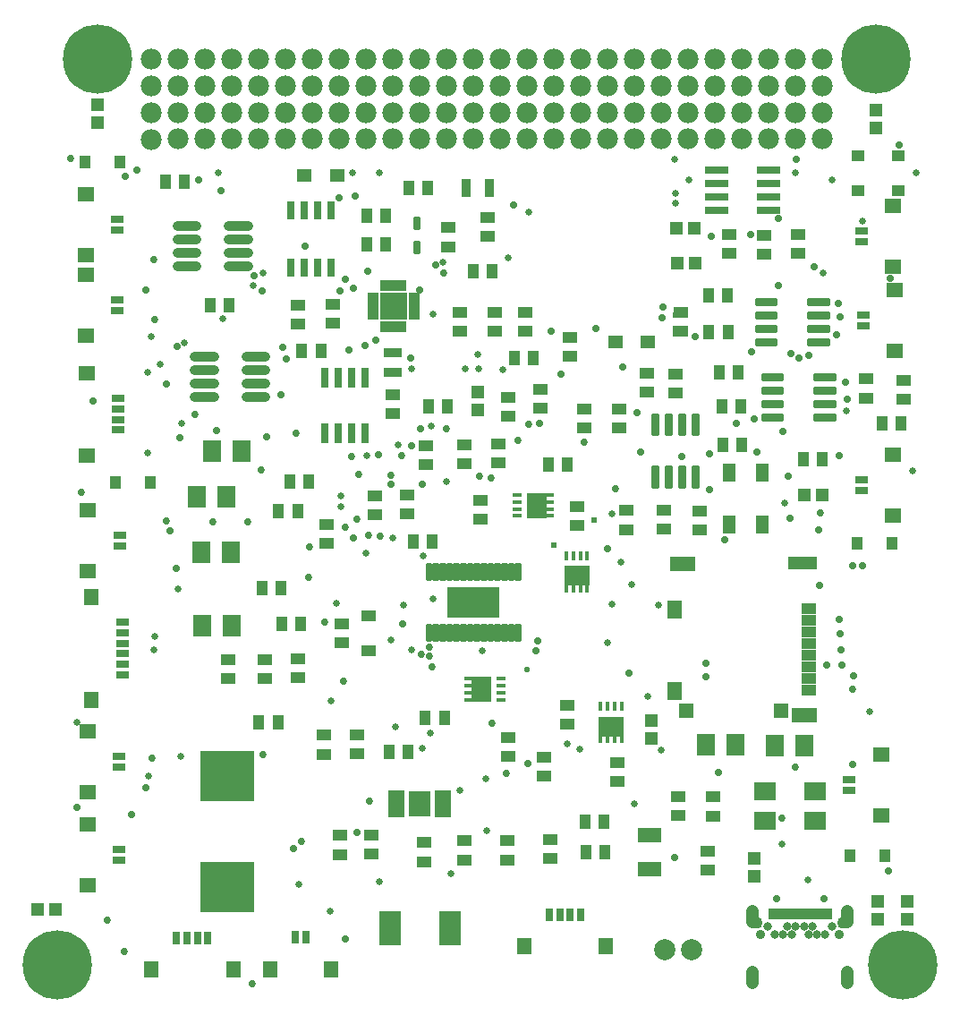
<source format=gbr>
G04 EAGLE Gerber RS-274X export*
G75*
%MOMM*%
%FSLAX34Y34*%
%LPD*%
%INSoldermask Top*%
%IPPOS*%
%AMOC8*
5,1,8,0,0,1.08239X$1,22.5*%
G01*
%ADD10R,1.403200X1.003200*%
%ADD11R,1.003200X1.403200*%
%ADD12R,1.303200X1.203200*%
%ADD13R,1.803200X2.003200*%
%ADD14R,2.003200X1.803200*%
%ADD15R,2.203200X1.403200*%
%ADD16R,1.016000X1.244600*%
%ADD17R,1.244600X1.016000*%
%ADD18R,1.203200X1.703200*%
%ADD19R,1.423200X1.113200*%
%ADD20C,6.553200*%
%ADD21C,1.981200*%
%ADD22R,1.203200X0.753200*%
%ADD23R,1.503200X1.463200*%
%ADD24R,1.443200X1.003200*%
%ADD25R,2.703200X1.153200*%
%ADD26R,2.403200X1.353200*%
%ADD27R,1.453200X1.363200*%
%ADD28R,1.403200X1.363200*%
%ADD29R,1.353200X1.703200*%
%ADD30R,5.203200X4.703200*%
%ADD31R,0.838200X0.457200*%
%ADD32R,1.905000X2.463800*%
%ADD33R,0.457200X0.838200*%
%ADD34R,2.463800X1.905000*%
%ADD35R,1.203200X1.303200*%
%ADD36C,0.306600*%
%ADD37R,4.953200X2.943200*%
%ADD38C,0.903200*%
%ADD39R,1.600200X0.482600*%
%ADD40R,2.133600X2.362200*%
%ADD41R,0.553200X1.093200*%
%ADD42C,0.803200*%
%ADD43C,1.203200*%
%ADD44C,1.103200*%
%ADD45C,0.903200*%
%ADD46R,0.753200X1.203200*%
%ADD47R,1.463200X1.503200*%
%ADD48R,2.184400X0.762000*%
%ADD49R,2.159000X3.200400*%
%ADD50R,1.193800X0.762000*%
%ADD51R,1.473200X1.498600*%
%ADD52R,0.990600X0.508000*%
%ADD53R,0.508000X0.990600*%
%ADD54R,2.641600X2.641600*%
%ADD55R,1.727200X0.914400*%
%ADD56R,0.762000X1.854200*%
%ADD57C,0.332672*%
%ADD58R,0.914400X1.651000*%
%ADD59R,0.762000X1.663700*%
%ADD60R,1.346200X1.295400*%
%ADD61C,0.353406*%
%ADD62C,2.003200*%
%ADD63C,0.660400*%
%ADD64C,0.584200*%
%ADD65C,0.728200*%
%ADD66C,0.698500*%
%ADD67C,0.698200*%
%ADD68C,0.736600*%
%ADD69C,0.653200*%
%ADD70C,0.713200*%
%ADD71C,0.622300*%


D10*
X399796Y524146D03*
X399796Y542146D03*
D11*
X550816Y157226D03*
X568816Y157226D03*
D10*
X317706Y173378D03*
X317706Y155378D03*
X435610Y525162D03*
X435610Y543162D03*
X542798Y484488D03*
X542798Y466488D03*
D11*
X288494Y507854D03*
X270494Y507854D03*
D10*
X381508Y477156D03*
X381508Y495156D03*
X334010Y268334D03*
X334010Y250334D03*
X533146Y278274D03*
X533146Y296274D03*
X303276Y268080D03*
X303276Y250080D03*
X468122Y525670D03*
X468122Y543670D03*
D11*
X515256Y524256D03*
X533256Y524256D03*
X398892Y284226D03*
X416892Y284226D03*
X405240Y451612D03*
X387240Y451612D03*
D10*
X319436Y355490D03*
X319436Y373490D03*
X278638Y340216D03*
X278638Y322216D03*
X212598Y321454D03*
X212598Y339454D03*
D11*
X153158Y791824D03*
X171158Y791824D03*
D12*
X774712Y495132D03*
X757712Y495132D03*
D13*
X225328Y537210D03*
X197328Y537210D03*
X210850Y493268D03*
X182850Y493268D03*
X214914Y440944D03*
X186914Y440944D03*
X187422Y371856D03*
X215422Y371856D03*
D14*
X720090Y215168D03*
X720090Y187168D03*
X767334Y215422D03*
X767334Y187422D03*
D13*
X729204Y258064D03*
X757204Y258064D03*
X692180Y258826D03*
X664180Y258826D03*
D10*
X436008Y168102D03*
X436008Y150102D03*
D15*
X611378Y173226D03*
X611378Y141226D03*
D10*
X517324Y151418D03*
X517324Y169418D03*
D11*
X382380Y252476D03*
X364380Y252476D03*
D10*
X638302Y209914D03*
X638302Y191914D03*
D16*
X76546Y810270D03*
X109566Y810270D03*
X105918Y507492D03*
X138938Y507492D03*
X833628Y154432D03*
X800608Y154432D03*
X840832Y449552D03*
X807812Y449552D03*
D17*
X808700Y816010D03*
X808700Y782990D03*
X846400Y816110D03*
X846400Y783090D03*
D18*
X718034Y516758D03*
X718034Y467758D03*
X686034Y516758D03*
X686034Y467758D03*
D19*
X344942Y381011D03*
X344942Y348261D03*
D20*
X50800Y50800D03*
X850900Y50800D03*
X825500Y908050D03*
X88900Y908050D03*
D21*
X774700Y908050D03*
X774700Y882650D03*
X139700Y908050D03*
X139700Y882650D03*
X749300Y908050D03*
X749300Y882650D03*
X723900Y908050D03*
X723900Y882650D03*
X698500Y908050D03*
X698500Y882650D03*
X673100Y908050D03*
X673100Y882650D03*
X647700Y908050D03*
X647700Y882650D03*
X622300Y908050D03*
X622300Y882650D03*
X596900Y908050D03*
X596900Y882650D03*
X571500Y908050D03*
X571500Y882650D03*
X546100Y908050D03*
X546100Y882650D03*
X520700Y908050D03*
X520700Y882650D03*
X495300Y908050D03*
X495300Y882650D03*
X469900Y908050D03*
X469900Y882650D03*
X444500Y908050D03*
X444500Y882650D03*
X419100Y908050D03*
X419100Y882650D03*
X393700Y908050D03*
X393700Y882650D03*
X368300Y908050D03*
X368300Y882650D03*
X342900Y908050D03*
X342900Y882650D03*
X317500Y908050D03*
X317500Y882650D03*
X292100Y908050D03*
X292100Y882650D03*
X266700Y908050D03*
X266700Y882650D03*
X241300Y908050D03*
X241300Y882650D03*
X215900Y908050D03*
X215900Y882650D03*
X190500Y908050D03*
X190500Y882650D03*
X165100Y908050D03*
X165100Y882650D03*
X774700Y857250D03*
X774700Y832231D03*
X139700Y857250D03*
X139700Y831850D03*
X749300Y857250D03*
X749300Y832231D03*
X723900Y857250D03*
X723900Y832231D03*
X698500Y857250D03*
X698500Y832231D03*
X673100Y857250D03*
X673100Y832231D03*
X647700Y857250D03*
X647700Y832231D03*
X622300Y857250D03*
X622300Y832231D03*
X596900Y857250D03*
X596900Y832231D03*
X571500Y857250D03*
X571500Y832231D03*
X546100Y857250D03*
X546100Y832231D03*
X520700Y857250D03*
X520700Y832231D03*
X495300Y857250D03*
X495300Y832231D03*
X469900Y857250D03*
X469900Y832231D03*
X444500Y857250D03*
X444500Y832231D03*
X419100Y857250D03*
X419100Y832231D03*
X393700Y857250D03*
X393700Y832231D03*
X368300Y857250D03*
X368300Y832231D03*
X342900Y857250D03*
X342900Y832231D03*
X317500Y857250D03*
X317500Y832231D03*
X292100Y857250D03*
X292100Y832231D03*
X266700Y857250D03*
X266700Y832231D03*
X241300Y857250D03*
X241300Y832231D03*
X215900Y857250D03*
X215900Y832231D03*
X190500Y857250D03*
X190500Y832231D03*
X165100Y857250D03*
X165100Y832231D03*
D22*
X107184Y755936D03*
X107184Y745936D03*
D23*
X77284Y779686D03*
X77284Y722136D03*
D22*
X109462Y457400D03*
X109462Y447400D03*
D23*
X79562Y481150D03*
X79562Y423600D03*
D24*
X762017Y387907D03*
X762017Y376907D03*
X762017Y365907D03*
X762017Y354907D03*
X762017Y343907D03*
X762017Y332907D03*
X762017Y321907D03*
X762017Y310907D03*
D25*
X755717Y431357D03*
D26*
X757217Y287457D03*
D27*
X735717Y291507D03*
D28*
X645717Y291507D03*
D26*
X642417Y430357D03*
D29*
X634467Y387307D03*
X634467Y309507D03*
D22*
X109414Y160204D03*
X109414Y150204D03*
D23*
X79514Y183954D03*
X79514Y126404D03*
D22*
X800100Y215900D03*
X800100Y225900D03*
D23*
X830000Y192150D03*
X830000Y249700D03*
D22*
X811700Y499900D03*
X811700Y509900D03*
D23*
X841600Y476150D03*
X841600Y533700D03*
D22*
X811700Y735200D03*
X811700Y745200D03*
D23*
X841600Y711450D03*
X841600Y769000D03*
D22*
X108200Y586732D03*
X108200Y576732D03*
X108200Y566732D03*
X108200Y556732D03*
D23*
X78300Y610482D03*
X78300Y532932D03*
D30*
X211808Y229682D03*
X211808Y124682D03*
D31*
X485648Y488950D03*
X485648Y482092D03*
X485648Y495300D03*
X485648Y475488D03*
X516128Y488696D03*
X516128Y482092D03*
X516128Y495300D03*
X516128Y475488D03*
D32*
X504698Y485394D03*
D33*
X545788Y437796D03*
X538930Y437796D03*
X552138Y437796D03*
X532326Y437796D03*
X545534Y407316D03*
X538930Y407316D03*
X552138Y407316D03*
X532326Y407316D03*
D34*
X542232Y418746D03*
D33*
X578152Y295102D03*
X571294Y295102D03*
X584502Y295102D03*
X564690Y295102D03*
X577898Y264622D03*
X571294Y264622D03*
X584502Y264622D03*
X564690Y264622D03*
D34*
X574596Y276052D03*
D31*
X470662Y308102D03*
X470662Y314960D03*
X470662Y301752D03*
X470662Y321564D03*
X440182Y308356D03*
X440182Y314960D03*
X440182Y301752D03*
X440182Y321564D03*
D32*
X451612Y311658D03*
D10*
X451104Y472584D03*
X451104Y490584D03*
X305054Y449216D03*
X305054Y467216D03*
D11*
X244492Y407416D03*
X262492Y407416D03*
X263034Y373126D03*
X281034Y373126D03*
D10*
X246888Y321962D03*
X246888Y339962D03*
X580898Y224172D03*
X580898Y242172D03*
D11*
X241444Y280670D03*
X259444Y280670D03*
D10*
X477266Y266302D03*
X477266Y248302D03*
D35*
X612458Y282292D03*
X612458Y265292D03*
D10*
X671576Y209660D03*
X671576Y191660D03*
X665734Y140352D03*
X665734Y158352D03*
D35*
X710184Y151502D03*
X710184Y134502D03*
X827278Y111370D03*
X827278Y94370D03*
D10*
X511158Y247452D03*
X511158Y229452D03*
X351282Y476902D03*
X351282Y494902D03*
X347946Y155608D03*
X347946Y173608D03*
D11*
X550308Y185928D03*
X568308Y185928D03*
D10*
X476342Y168180D03*
X476342Y150180D03*
X397540Y148502D03*
X397540Y166502D03*
D12*
X48971Y103547D03*
X31971Y103547D03*
D35*
X855218Y110862D03*
X855218Y93862D03*
X825500Y842400D03*
X825500Y859400D03*
X88646Y847226D03*
X88646Y864226D03*
D36*
X485217Y429233D02*
X485217Y415467D01*
X485217Y429233D02*
X488283Y429233D01*
X488283Y415467D01*
X485217Y415467D01*
X485217Y418380D02*
X488283Y418380D01*
X488283Y421293D02*
X485217Y421293D01*
X485217Y424206D02*
X488283Y424206D01*
X488283Y427119D02*
X485217Y427119D01*
X478717Y429233D02*
X478717Y415467D01*
X478717Y429233D02*
X481783Y429233D01*
X481783Y415467D01*
X478717Y415467D01*
X478717Y418380D02*
X481783Y418380D01*
X481783Y421293D02*
X478717Y421293D01*
X478717Y424206D02*
X481783Y424206D01*
X481783Y427119D02*
X478717Y427119D01*
X472217Y429233D02*
X472217Y415467D01*
X472217Y429233D02*
X475283Y429233D01*
X475283Y415467D01*
X472217Y415467D01*
X472217Y418380D02*
X475283Y418380D01*
X475283Y421293D02*
X472217Y421293D01*
X472217Y424206D02*
X475283Y424206D01*
X475283Y427119D02*
X472217Y427119D01*
X465717Y429233D02*
X465717Y415467D01*
X465717Y429233D02*
X468783Y429233D01*
X468783Y415467D01*
X465717Y415467D01*
X465717Y418380D02*
X468783Y418380D01*
X468783Y421293D02*
X465717Y421293D01*
X465717Y424206D02*
X468783Y424206D01*
X468783Y427119D02*
X465717Y427119D01*
X459217Y429233D02*
X459217Y415467D01*
X459217Y429233D02*
X462283Y429233D01*
X462283Y415467D01*
X459217Y415467D01*
X459217Y418380D02*
X462283Y418380D01*
X462283Y421293D02*
X459217Y421293D01*
X459217Y424206D02*
X462283Y424206D01*
X462283Y427119D02*
X459217Y427119D01*
X452717Y429233D02*
X452717Y415467D01*
X452717Y429233D02*
X455783Y429233D01*
X455783Y415467D01*
X452717Y415467D01*
X452717Y418380D02*
X455783Y418380D01*
X455783Y421293D02*
X452717Y421293D01*
X452717Y424206D02*
X455783Y424206D01*
X455783Y427119D02*
X452717Y427119D01*
X446217Y429233D02*
X446217Y415467D01*
X446217Y429233D02*
X449283Y429233D01*
X449283Y415467D01*
X446217Y415467D01*
X446217Y418380D02*
X449283Y418380D01*
X449283Y421293D02*
X446217Y421293D01*
X446217Y424206D02*
X449283Y424206D01*
X449283Y427119D02*
X446217Y427119D01*
X439717Y429233D02*
X439717Y415467D01*
X439717Y429233D02*
X442783Y429233D01*
X442783Y415467D01*
X439717Y415467D01*
X439717Y418380D02*
X442783Y418380D01*
X442783Y421293D02*
X439717Y421293D01*
X439717Y424206D02*
X442783Y424206D01*
X442783Y427119D02*
X439717Y427119D01*
X433217Y429233D02*
X433217Y415467D01*
X433217Y429233D02*
X436283Y429233D01*
X436283Y415467D01*
X433217Y415467D01*
X433217Y418380D02*
X436283Y418380D01*
X436283Y421293D02*
X433217Y421293D01*
X433217Y424206D02*
X436283Y424206D01*
X436283Y427119D02*
X433217Y427119D01*
X426717Y429233D02*
X426717Y415467D01*
X426717Y429233D02*
X429783Y429233D01*
X429783Y415467D01*
X426717Y415467D01*
X426717Y418380D02*
X429783Y418380D01*
X429783Y421293D02*
X426717Y421293D01*
X426717Y424206D02*
X429783Y424206D01*
X429783Y427119D02*
X426717Y427119D01*
X420217Y429233D02*
X420217Y415467D01*
X420217Y429233D02*
X423283Y429233D01*
X423283Y415467D01*
X420217Y415467D01*
X420217Y418380D02*
X423283Y418380D01*
X423283Y421293D02*
X420217Y421293D01*
X420217Y424206D02*
X423283Y424206D01*
X423283Y427119D02*
X420217Y427119D01*
X413717Y429233D02*
X413717Y415467D01*
X413717Y429233D02*
X416783Y429233D01*
X416783Y415467D01*
X413717Y415467D01*
X413717Y418380D02*
X416783Y418380D01*
X416783Y421293D02*
X413717Y421293D01*
X413717Y424206D02*
X416783Y424206D01*
X416783Y427119D02*
X413717Y427119D01*
X407217Y429233D02*
X407217Y415467D01*
X407217Y429233D02*
X410283Y429233D01*
X410283Y415467D01*
X407217Y415467D01*
X407217Y418380D02*
X410283Y418380D01*
X410283Y421293D02*
X407217Y421293D01*
X407217Y424206D02*
X410283Y424206D01*
X410283Y427119D02*
X407217Y427119D01*
X400717Y429233D02*
X400717Y415467D01*
X400717Y429233D02*
X403783Y429233D01*
X403783Y415467D01*
X400717Y415467D01*
X400717Y418380D02*
X403783Y418380D01*
X403783Y421293D02*
X400717Y421293D01*
X400717Y424206D02*
X403783Y424206D01*
X403783Y427119D02*
X400717Y427119D01*
X400717Y371933D02*
X400717Y358167D01*
X400717Y371933D02*
X403783Y371933D01*
X403783Y358167D01*
X400717Y358167D01*
X400717Y361080D02*
X403783Y361080D01*
X403783Y363993D02*
X400717Y363993D01*
X400717Y366906D02*
X403783Y366906D01*
X403783Y369819D02*
X400717Y369819D01*
X407217Y371933D02*
X407217Y358167D01*
X407217Y371933D02*
X410283Y371933D01*
X410283Y358167D01*
X407217Y358167D01*
X407217Y361080D02*
X410283Y361080D01*
X410283Y363993D02*
X407217Y363993D01*
X407217Y366906D02*
X410283Y366906D01*
X410283Y369819D02*
X407217Y369819D01*
X413717Y371933D02*
X413717Y358167D01*
X413717Y371933D02*
X416783Y371933D01*
X416783Y358167D01*
X413717Y358167D01*
X413717Y361080D02*
X416783Y361080D01*
X416783Y363993D02*
X413717Y363993D01*
X413717Y366906D02*
X416783Y366906D01*
X416783Y369819D02*
X413717Y369819D01*
X420217Y371933D02*
X420217Y358167D01*
X420217Y371933D02*
X423283Y371933D01*
X423283Y358167D01*
X420217Y358167D01*
X420217Y361080D02*
X423283Y361080D01*
X423283Y363993D02*
X420217Y363993D01*
X420217Y366906D02*
X423283Y366906D01*
X423283Y369819D02*
X420217Y369819D01*
X426717Y371933D02*
X426717Y358167D01*
X426717Y371933D02*
X429783Y371933D01*
X429783Y358167D01*
X426717Y358167D01*
X426717Y361080D02*
X429783Y361080D01*
X429783Y363993D02*
X426717Y363993D01*
X426717Y366906D02*
X429783Y366906D01*
X429783Y369819D02*
X426717Y369819D01*
X433217Y371933D02*
X433217Y358167D01*
X433217Y371933D02*
X436283Y371933D01*
X436283Y358167D01*
X433217Y358167D01*
X433217Y361080D02*
X436283Y361080D01*
X436283Y363993D02*
X433217Y363993D01*
X433217Y366906D02*
X436283Y366906D01*
X436283Y369819D02*
X433217Y369819D01*
X439717Y371933D02*
X439717Y358167D01*
X439717Y371933D02*
X442783Y371933D01*
X442783Y358167D01*
X439717Y358167D01*
X439717Y361080D02*
X442783Y361080D01*
X442783Y363993D02*
X439717Y363993D01*
X439717Y366906D02*
X442783Y366906D01*
X442783Y369819D02*
X439717Y369819D01*
X446217Y371933D02*
X446217Y358167D01*
X446217Y371933D02*
X449283Y371933D01*
X449283Y358167D01*
X446217Y358167D01*
X446217Y361080D02*
X449283Y361080D01*
X449283Y363993D02*
X446217Y363993D01*
X446217Y366906D02*
X449283Y366906D01*
X449283Y369819D02*
X446217Y369819D01*
X452717Y371933D02*
X452717Y358167D01*
X452717Y371933D02*
X455783Y371933D01*
X455783Y358167D01*
X452717Y358167D01*
X452717Y361080D02*
X455783Y361080D01*
X455783Y363993D02*
X452717Y363993D01*
X452717Y366906D02*
X455783Y366906D01*
X455783Y369819D02*
X452717Y369819D01*
X459217Y371933D02*
X459217Y358167D01*
X459217Y371933D02*
X462283Y371933D01*
X462283Y358167D01*
X459217Y358167D01*
X459217Y361080D02*
X462283Y361080D01*
X462283Y363993D02*
X459217Y363993D01*
X459217Y366906D02*
X462283Y366906D01*
X462283Y369819D02*
X459217Y369819D01*
X465717Y371933D02*
X465717Y358167D01*
X465717Y371933D02*
X468783Y371933D01*
X468783Y358167D01*
X465717Y358167D01*
X465717Y361080D02*
X468783Y361080D01*
X468783Y363993D02*
X465717Y363993D01*
X465717Y366906D02*
X468783Y366906D01*
X468783Y369819D02*
X465717Y369819D01*
X472217Y371933D02*
X472217Y358167D01*
X472217Y371933D02*
X475283Y371933D01*
X475283Y358167D01*
X472217Y358167D01*
X472217Y361080D02*
X475283Y361080D01*
X475283Y363993D02*
X472217Y363993D01*
X472217Y366906D02*
X475283Y366906D01*
X475283Y369819D02*
X472217Y369819D01*
X478717Y371933D02*
X478717Y358167D01*
X478717Y371933D02*
X481783Y371933D01*
X481783Y358167D01*
X478717Y358167D01*
X478717Y361080D02*
X481783Y361080D01*
X481783Y363993D02*
X478717Y363993D01*
X478717Y366906D02*
X481783Y366906D01*
X481783Y369819D02*
X478717Y369819D01*
X485217Y371933D02*
X485217Y358167D01*
X485217Y371933D02*
X488283Y371933D01*
X488283Y358167D01*
X485217Y358167D01*
X485217Y361080D02*
X488283Y361080D01*
X488283Y363993D02*
X485217Y363993D01*
X485217Y366906D02*
X488283Y366906D01*
X488283Y369819D02*
X485217Y369819D01*
D37*
X444500Y393700D03*
D38*
X181604Y749808D02*
X163604Y749808D01*
X163604Y737108D02*
X181604Y737108D01*
X181604Y724408D02*
X163604Y724408D01*
X163604Y711708D02*
X181604Y711708D01*
X212604Y749808D02*
X230604Y749808D01*
X230604Y737108D02*
X212604Y737108D01*
X212604Y724408D02*
X230604Y724408D01*
X230604Y711708D02*
X212604Y711708D01*
D39*
X371856Y213208D03*
X371856Y208204D03*
X371856Y203200D03*
X371856Y198196D03*
X371856Y193192D03*
X415544Y193192D03*
X415544Y198196D03*
X415544Y203200D03*
X415544Y208204D03*
X415544Y213208D03*
D40*
X393700Y203200D03*
D41*
X725932Y99060D03*
X730932Y99060D03*
X735932Y99060D03*
X740932Y99060D03*
X745932Y99060D03*
X750932Y99060D03*
X755932Y99060D03*
X760932Y99060D03*
X765932Y99060D03*
X770932Y99060D03*
X775932Y99060D03*
X780932Y99060D03*
D42*
X749432Y87010D03*
X741432Y87010D03*
X722932Y87010D03*
X757432Y87010D03*
X765432Y87010D03*
X783932Y87010D03*
X745432Y80010D03*
X737432Y80010D03*
X729432Y80010D03*
X761432Y80010D03*
X769432Y80010D03*
X777432Y80010D03*
D43*
X798432Y91510D02*
X798432Y101510D01*
D44*
X793932Y91010D03*
D43*
X708432Y91510D02*
X708432Y101510D01*
D44*
X712932Y91010D03*
D45*
X716182Y80010D03*
X790682Y80010D03*
D43*
X798432Y44010D02*
X798432Y34010D01*
X708432Y34010D02*
X708432Y44010D01*
D46*
X163216Y76630D03*
X173216Y76630D03*
X183216Y76630D03*
X193216Y76630D03*
D47*
X139466Y46730D03*
X217016Y46730D03*
D48*
X674214Y802538D03*
X674214Y789838D03*
X674214Y777138D03*
X674214Y764438D03*
X723490Y764438D03*
X723490Y777138D03*
X723490Y789838D03*
X723490Y802538D03*
D12*
X636366Y747970D03*
X653366Y747970D03*
X654440Y714582D03*
X637440Y714582D03*
D49*
X422204Y85344D03*
X365704Y85344D03*
D22*
X109176Y247930D03*
X109176Y237930D03*
D23*
X79276Y271680D03*
X79276Y214130D03*
D22*
X107538Y679670D03*
X107538Y669670D03*
D23*
X77638Y703420D03*
X77638Y645870D03*
D46*
X276208Y76800D03*
X286208Y76800D03*
D47*
X252458Y46900D03*
X310008Y46900D03*
D22*
X813254Y655537D03*
X813254Y665537D03*
D23*
X843154Y631787D03*
X843154Y689337D03*
D46*
X516128Y98548D03*
X526128Y98548D03*
X536128Y98548D03*
X546128Y98548D03*
D47*
X492378Y68648D03*
X569928Y68648D03*
D11*
X277932Y480242D03*
X259932Y480242D03*
D50*
X112716Y375144D03*
X112716Y365144D03*
X112716Y355144D03*
X112716Y345144D03*
X112716Y335144D03*
X112716Y325144D03*
D51*
X82816Y301394D03*
X82816Y398894D03*
D11*
X195286Y674624D03*
X213286Y674624D03*
D38*
X198368Y626612D02*
X180368Y626612D01*
X180368Y613912D02*
X198368Y613912D01*
X198368Y601212D02*
X180368Y601212D01*
X180368Y588512D02*
X198368Y588512D01*
X229368Y626612D02*
X247368Y626612D01*
X247368Y613912D02*
X229368Y613912D01*
X229368Y601212D02*
X247368Y601212D01*
X247368Y588512D02*
X229368Y588512D01*
D10*
X589400Y480700D03*
X589400Y462700D03*
X624300Y462800D03*
X624300Y480800D03*
X658400Y462200D03*
X658400Y480200D03*
D52*
X349042Y683906D03*
X349042Y679080D03*
X349042Y674000D03*
X349042Y668920D03*
X349042Y664094D03*
D53*
X358694Y654442D03*
X363520Y654442D03*
X368600Y654442D03*
X373680Y654442D03*
X378506Y654442D03*
D52*
X388158Y664094D03*
X388158Y668920D03*
X388158Y674000D03*
X388158Y679080D03*
X388158Y683906D03*
D53*
X378506Y693558D03*
X373680Y693558D03*
X368600Y693558D03*
X363520Y693558D03*
X358694Y693558D03*
D54*
X368600Y674000D03*
D10*
X368300Y572100D03*
X368300Y590100D03*
D11*
X401900Y579100D03*
X419900Y579100D03*
D55*
X368000Y611100D03*
X368000Y630150D03*
D56*
X341750Y606389D03*
X329050Y606389D03*
X316350Y606389D03*
X303650Y606389D03*
X303650Y553811D03*
X316350Y553811D03*
X329050Y553811D03*
X341750Y553811D03*
D11*
X483100Y624500D03*
X501100Y624500D03*
D10*
X507700Y577600D03*
X507700Y595600D03*
X311100Y657500D03*
X311100Y675500D03*
X278200Y675200D03*
X278200Y657200D03*
D11*
X300100Y631700D03*
X282100Y631700D03*
G36*
X647508Y655203D02*
X647491Y645172D01*
X633460Y645197D01*
X633477Y655228D01*
X647508Y655203D01*
G37*
G36*
X647540Y673203D02*
X647523Y663172D01*
X633492Y663197D01*
X633509Y673228D01*
X647540Y673203D01*
G37*
X343500Y759800D03*
X361500Y759800D03*
D57*
X392853Y733903D02*
X392853Y724897D01*
X388947Y724897D01*
X388947Y733903D01*
X392853Y733903D01*
X392853Y728058D02*
X388947Y728058D01*
X388947Y731219D02*
X392853Y731219D01*
X392853Y747897D02*
X392853Y756903D01*
X392853Y747897D02*
X388947Y747897D01*
X388947Y756903D01*
X392853Y756903D01*
X392853Y751058D02*
X388947Y751058D01*
X388947Y754219D02*
X392853Y754219D01*
D11*
X361700Y732800D03*
X343700Y732800D03*
D58*
X459649Y785500D03*
X437551Y785500D03*
D10*
X458000Y740000D03*
X458000Y758000D03*
X493500Y668000D03*
X493500Y650000D03*
D11*
X462300Y706600D03*
X444300Y706600D03*
D10*
X431800Y667900D03*
X431800Y649900D03*
X464800Y650000D03*
X464800Y668000D03*
X476900Y587500D03*
X476900Y569500D03*
X536000Y626200D03*
X536000Y644200D03*
D59*
X271750Y710259D03*
X284450Y710259D03*
X297150Y710259D03*
X309850Y710259D03*
X309850Y764742D03*
X297150Y764742D03*
X284450Y764742D03*
X271750Y764742D03*
D60*
X284433Y797400D03*
X315167Y797400D03*
X578833Y639900D03*
X609567Y639900D03*
D35*
X448300Y575400D03*
X448300Y592400D03*
D11*
X401200Y786100D03*
X383200Y786100D03*
D10*
X420400Y730200D03*
X420400Y748200D03*
D11*
X667100Y684300D03*
X685100Y684300D03*
D61*
X712501Y675401D02*
X730699Y675401D01*
X712501Y675401D02*
X712501Y679899D01*
X730699Y679899D01*
X730699Y675401D01*
X730699Y678758D02*
X712501Y678758D01*
X712501Y662701D02*
X730699Y662701D01*
X712501Y662701D02*
X712501Y667199D01*
X730699Y667199D01*
X730699Y662701D01*
X730699Y666058D02*
X712501Y666058D01*
X712501Y650001D02*
X730699Y650001D01*
X712501Y650001D02*
X712501Y654499D01*
X730699Y654499D01*
X730699Y650001D01*
X730699Y653358D02*
X712501Y653358D01*
X712501Y637301D02*
X730699Y637301D01*
X712501Y637301D02*
X712501Y641799D01*
X730699Y641799D01*
X730699Y637301D01*
X730699Y640658D02*
X712501Y640658D01*
X761901Y637301D02*
X780099Y637301D01*
X761901Y637301D02*
X761901Y641799D01*
X780099Y641799D01*
X780099Y637301D01*
X780099Y640658D02*
X761901Y640658D01*
X761901Y650001D02*
X780099Y650001D01*
X761901Y650001D02*
X761901Y654499D01*
X780099Y654499D01*
X780099Y650001D01*
X780099Y653358D02*
X761901Y653358D01*
X761901Y662701D02*
X780099Y662701D01*
X761901Y662701D02*
X761901Y667199D01*
X780099Y667199D01*
X780099Y662701D01*
X780099Y666058D02*
X761901Y666058D01*
X761901Y675401D02*
X780099Y675401D01*
X761901Y675401D02*
X761901Y679899D01*
X780099Y679899D01*
X780099Y675401D01*
X780099Y678758D02*
X761901Y678758D01*
D11*
X667300Y649300D03*
X685300Y649300D03*
X679800Y578800D03*
X697800Y578800D03*
D61*
X718501Y604601D02*
X736699Y604601D01*
X718501Y604601D02*
X718501Y609099D01*
X736699Y609099D01*
X736699Y604601D01*
X736699Y607958D02*
X718501Y607958D01*
X718501Y591901D02*
X736699Y591901D01*
X718501Y591901D02*
X718501Y596399D01*
X736699Y596399D01*
X736699Y591901D01*
X736699Y595258D02*
X718501Y595258D01*
X718501Y579201D02*
X736699Y579201D01*
X718501Y579201D02*
X718501Y583699D01*
X736699Y583699D01*
X736699Y579201D01*
X736699Y582558D02*
X718501Y582558D01*
X718501Y566501D02*
X736699Y566501D01*
X718501Y566501D02*
X718501Y570999D01*
X736699Y570999D01*
X736699Y566501D01*
X736699Y569858D02*
X718501Y569858D01*
X767901Y566501D02*
X786099Y566501D01*
X767901Y566501D02*
X767901Y570999D01*
X786099Y570999D01*
X786099Y566501D01*
X786099Y569858D02*
X767901Y569858D01*
X767901Y579201D02*
X786099Y579201D01*
X767901Y579201D02*
X767901Y583699D01*
X786099Y583699D01*
X786099Y579201D01*
X786099Y582558D02*
X767901Y582558D01*
X767901Y591901D02*
X786099Y591901D01*
X767901Y591901D02*
X767901Y596399D01*
X786099Y596399D01*
X786099Y591901D01*
X786099Y595258D02*
X767901Y595258D01*
X767901Y604601D02*
X786099Y604601D01*
X767901Y604601D02*
X767901Y609099D01*
X786099Y609099D01*
X786099Y604601D01*
X786099Y607958D02*
X767901Y607958D01*
D11*
X680600Y542500D03*
X698600Y542500D03*
D61*
X618699Y521399D02*
X618699Y503201D01*
X614201Y503201D01*
X614201Y521399D01*
X618699Y521399D01*
X618699Y506558D02*
X614201Y506558D01*
X614201Y509915D02*
X618699Y509915D01*
X618699Y513272D02*
X614201Y513272D01*
X614201Y516629D02*
X618699Y516629D01*
X618699Y519986D02*
X614201Y519986D01*
X631399Y521399D02*
X631399Y503201D01*
X626901Y503201D01*
X626901Y521399D01*
X631399Y521399D01*
X631399Y506558D02*
X626901Y506558D01*
X626901Y509915D02*
X631399Y509915D01*
X631399Y513272D02*
X626901Y513272D01*
X626901Y516629D02*
X631399Y516629D01*
X631399Y519986D02*
X626901Y519986D01*
X644099Y521399D02*
X644099Y503201D01*
X639601Y503201D01*
X639601Y521399D01*
X644099Y521399D01*
X644099Y506558D02*
X639601Y506558D01*
X639601Y509915D02*
X644099Y509915D01*
X644099Y513272D02*
X639601Y513272D01*
X639601Y516629D02*
X644099Y516629D01*
X644099Y519986D02*
X639601Y519986D01*
X656799Y521399D02*
X656799Y503201D01*
X652301Y503201D01*
X652301Y521399D01*
X656799Y521399D01*
X656799Y506558D02*
X652301Y506558D01*
X652301Y509915D02*
X656799Y509915D01*
X656799Y513272D02*
X652301Y513272D01*
X652301Y516629D02*
X656799Y516629D01*
X656799Y519986D02*
X652301Y519986D01*
X656799Y552601D02*
X656799Y570799D01*
X656799Y552601D02*
X652301Y552601D01*
X652301Y570799D01*
X656799Y570799D01*
X656799Y555958D02*
X652301Y555958D01*
X652301Y559315D02*
X656799Y559315D01*
X656799Y562672D02*
X652301Y562672D01*
X652301Y566029D02*
X656799Y566029D01*
X656799Y569386D02*
X652301Y569386D01*
X644099Y570799D02*
X644099Y552601D01*
X639601Y552601D01*
X639601Y570799D01*
X644099Y570799D01*
X644099Y555958D02*
X639601Y555958D01*
X639601Y559315D02*
X644099Y559315D01*
X644099Y562672D02*
X639601Y562672D01*
X639601Y566029D02*
X644099Y566029D01*
X644099Y569386D02*
X639601Y569386D01*
X631399Y570799D02*
X631399Y552601D01*
X626901Y552601D01*
X626901Y570799D01*
X631399Y570799D01*
X631399Y555958D02*
X626901Y555958D01*
X626901Y559315D02*
X631399Y559315D01*
X631399Y562672D02*
X626901Y562672D01*
X626901Y566029D02*
X631399Y566029D01*
X631399Y569386D02*
X626901Y569386D01*
X618699Y570799D02*
X618699Y552601D01*
X614201Y552601D01*
X614201Y570799D01*
X618699Y570799D01*
X618699Y555958D02*
X614201Y555958D01*
X614201Y559315D02*
X618699Y559315D01*
X618699Y562672D02*
X614201Y562672D01*
X614201Y566029D02*
X618699Y566029D01*
X618699Y569386D02*
X614201Y569386D01*
D11*
X695300Y611000D03*
X677300Y611000D03*
D10*
X582100Y559000D03*
X582100Y577000D03*
X635600Y610000D03*
X635600Y592000D03*
X548900Y558500D03*
X548900Y576500D03*
X608200Y592300D03*
X608200Y610300D03*
X752000Y723700D03*
X752000Y741700D03*
X686200Y724000D03*
X686200Y742000D03*
X719800Y740800D03*
X719800Y722800D03*
X851400Y603800D03*
X851400Y585800D03*
D11*
X756300Y528900D03*
X774300Y528900D03*
D10*
X815600Y605200D03*
X815600Y587200D03*
D11*
X831400Y563400D03*
X849400Y563400D03*
D62*
X625500Y65000D03*
X650900Y65000D03*
D63*
X863600Y800100D03*
X860044Y518413D03*
X596900Y203200D03*
D64*
X495300Y330200D03*
D65*
X496300Y241100D03*
X334300Y176300D03*
D63*
X456438Y226822D03*
X422800Y136900D03*
X449644Y615130D03*
X168373Y563147D03*
X206950Y662460D03*
D66*
X243840Y518922D03*
D67*
X231140Y469646D03*
X197612Y469900D03*
D63*
X330200Y800100D03*
X386118Y615114D03*
X609600Y304800D03*
X405892Y396748D03*
X372782Y542914D03*
X147828Y618744D03*
X203200Y800100D03*
D68*
X273812Y161036D03*
D63*
X533146Y260096D03*
X395732Y255778D03*
X749300Y800100D03*
D68*
X354792Y533128D03*
X163068Y425704D03*
X330454Y454660D03*
D65*
X341600Y637100D03*
X322900Y699300D03*
X682600Y452600D03*
D63*
X571500Y355600D03*
X370600Y275862D03*
D68*
X571500Y444500D03*
D63*
X165100Y406400D03*
X135675Y611420D03*
X622300Y254000D03*
X457200Y177800D03*
D66*
X281940Y167894D03*
D69*
X136592Y229460D03*
X167132Y248158D03*
D66*
X345948Y205994D03*
D63*
X245596Y705286D03*
D70*
X791464Y363728D03*
X771144Y462534D03*
D65*
X761600Y627000D03*
X750000Y813000D03*
X744300Y473600D03*
X733360Y757368D03*
D68*
X676490Y232834D03*
X323342Y75184D03*
X635000Y152400D03*
D66*
X142155Y718060D03*
D65*
X622814Y662562D03*
X599600Y573300D03*
X482100Y769600D03*
X317600Y776500D03*
X266900Y624000D03*
X164300Y635900D03*
D68*
X134568Y689454D03*
D63*
X436626Y614680D03*
X635000Y812800D03*
D65*
X518200Y650200D03*
D63*
X635678Y780626D03*
X472174Y613806D03*
X453136Y347980D03*
X448310Y627888D03*
X784098Y793496D03*
D71*
X520446Y447548D03*
X558292Y471932D03*
D63*
X396494Y437642D03*
X69088Y280416D03*
X619736Y390906D03*
X139192Y645414D03*
X170408Y639376D03*
D70*
X778428Y334198D03*
D69*
X797700Y574600D03*
D65*
X327000Y632600D03*
X377800Y373400D03*
X803600Y240900D03*
X394300Y558300D03*
X396100Y505200D03*
X262200Y590400D03*
X560600Y653000D03*
X745100Y629300D03*
D69*
X415100Y715200D03*
D65*
X791500Y663900D03*
D63*
X136360Y535172D03*
X355600Y800100D03*
X477098Y720004D03*
X319024Y494430D03*
D65*
X731400Y113500D03*
D63*
X319116Y484570D03*
D65*
X775900Y113400D03*
X790800Y533000D03*
X157100Y461100D03*
X121200Y193146D03*
X623900Y673400D03*
X712700Y535600D03*
X812900Y428400D03*
D68*
X114714Y797046D03*
D65*
X766900Y711500D03*
D63*
X142494Y361442D03*
X314706Y392938D03*
D66*
X486664Y547370D03*
D63*
X142240Y349250D03*
D66*
X304038Y375243D03*
X496824Y562610D03*
D63*
X775500Y705100D03*
X761200Y131000D03*
D66*
X366522Y513842D03*
D65*
X838600Y700500D03*
D63*
X812800Y754000D03*
X736600Y165100D03*
D66*
X376174Y532384D03*
D63*
X594360Y410464D03*
D66*
X449834Y513334D03*
D70*
X772160Y409702D03*
X591820Y327152D03*
D63*
X575418Y392254D03*
D66*
X405130Y332994D03*
D70*
X790194Y377698D03*
D66*
X402844Y342646D03*
D70*
X792018Y349244D03*
X503174Y348234D03*
X664210Y336042D03*
D66*
X402844Y351282D03*
D70*
X793464Y334172D03*
D63*
X355200Y129282D03*
X309118Y101600D03*
X235705Y693575D03*
D66*
X356616Y456438D03*
D65*
X205800Y782800D03*
D63*
X406430Y666116D03*
X343716Y532848D03*
D66*
X334010Y472440D03*
D65*
X236900Y702600D03*
X285300Y730300D03*
D66*
X328930Y531876D03*
X323342Y464820D03*
D63*
X404718Y560116D03*
X496970Y762514D03*
X431800Y215900D03*
X343053Y439986D03*
X309900Y300800D03*
D66*
X288290Y417068D03*
X289306Y446024D03*
D63*
X368046Y454406D03*
X377952Y391414D03*
X419100Y508000D03*
X366696Y358390D03*
D66*
X245118Y249954D03*
X475742Y231648D03*
X321310Y319532D03*
D63*
X545338Y255016D03*
X279400Y127000D03*
X403606Y269748D03*
X385826Y348996D03*
X584200Y431800D03*
D66*
X549582Y545218D03*
D63*
X819150Y290830D03*
D66*
X395494Y344686D03*
X461774Y279842D03*
D70*
X803910Y324104D03*
X664368Y323606D03*
D65*
X506730Y563372D03*
X248666Y550468D03*
D63*
X575564Y477520D03*
X739140Y487680D03*
D66*
X773176Y478536D03*
X802894Y311912D03*
X748792Y237998D03*
X736346Y189738D03*
X63500Y813562D03*
X73406Y497840D03*
X114300Y63500D03*
D68*
X837184Y139700D03*
X847598Y826008D03*
D65*
X69596Y200152D03*
D66*
X98044Y93472D03*
X153670Y470662D03*
D69*
X635254Y771398D03*
D66*
X139954Y246380D03*
X142494Y661670D03*
X235084Y32942D03*
D69*
X648718Y793750D03*
D65*
X789900Y676500D03*
D66*
X336296Y515112D03*
X461518Y511556D03*
X579162Y501594D03*
D65*
X667400Y500000D03*
D67*
X276666Y553866D03*
X416280Y705690D03*
D65*
X393300Y689500D03*
X264160Y634746D03*
D67*
X345440Y457200D03*
X181102Y571754D03*
D65*
X641858Y532130D03*
X602234Y536194D03*
D67*
X419100Y558292D03*
D65*
X384700Y625000D03*
X366800Y505100D03*
X331100Y690800D03*
X332900Y778200D03*
X244200Y688400D03*
X344300Y706900D03*
X318400Y688600D03*
X408300Y713100D03*
X351700Y641900D03*
X505100Y357400D03*
X527400Y609300D03*
X733000Y693700D03*
X710100Y567500D03*
X796900Y602400D03*
X667400Y534600D03*
X752800Y624800D03*
X788200Y646600D03*
X707500Y631200D03*
X797800Y585700D03*
X737500Y555600D03*
X669700Y740200D03*
X126100Y802700D03*
X184100Y793300D03*
X706500Y741400D03*
X742700Y512700D03*
X166900Y549900D03*
X386000Y541500D03*
X201700Y556600D03*
X134300Y218800D03*
X654100Y645400D03*
X693200Y562700D03*
X803500Y428600D03*
X84200Y584600D03*
X585800Y616300D03*
X154200Y600300D03*
M02*

</source>
